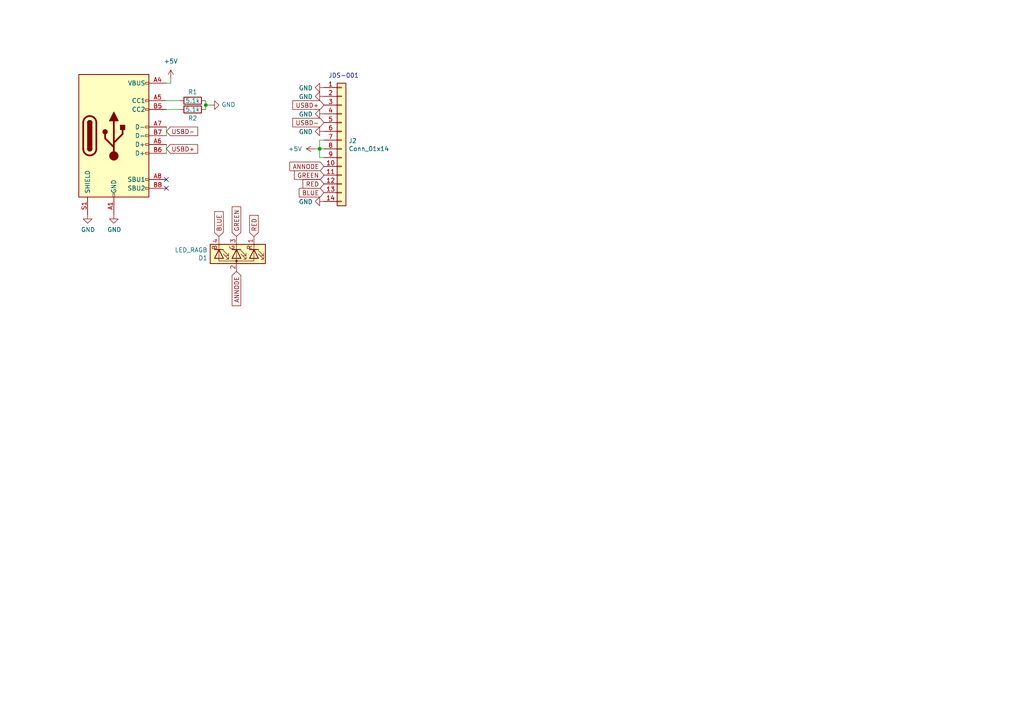
<source format=kicad_sch>
(kicad_sch (version 20230121) (generator eeschema)
  (paper "A4")
  (lib_symbols
    (symbol "Connector:USB_C_Receptacle_USB2.0" (pin_names (offset 1.016))
      (property "Reference" "J" (at -10.16 19.05 0))
      (property "Value" "USB_C_Receptacle_USB2.0" (at 19.05 19.05 0))
      (symbol "USB_C_Receptacle_USB2.0_0_0"
        (rectangle (start -0.254 -17.78) (end 0.254 -16.764))
        (rectangle (start 10.16 -14.986) (end 9.144 -15.494))
        (rectangle (start 10.16 -12.446) (end 9.144 -12.954))
        (rectangle (start 10.16 -4.826) (end 9.144 -5.334))
        (rectangle (start 10.16 -2.286) (end 9.144 -2.794))
        (rectangle (start 10.16 0.254) (end 9.144 -0.254))
        (rectangle (start 10.16 2.794) (end 9.144 2.286))
        (rectangle (start 10.16 7.874) (end 9.144 7.366))
        (rectangle (start 10.16 10.414) (end 9.144 9.906))
        (rectangle (start 10.16 15.494) (end 9.144 14.986))
      )
      (symbol "USB_C_Receptacle_USB2.0_0_1"
        (rectangle (start -10.16 17.78) (end 10.16 -17.78) (stroke (width 0.254)) (fill (type background)))
        (arc (start -8.89 -3.81) (mid -6.985 -5.7067) (end -5.08 -3.81) (stroke (width 0.508)))
        (arc (start -7.62 -3.81) (mid -6.985 -4.4423) (end -6.35 -3.81) (stroke (width 0.254)))
        (arc (start -7.62 -3.81) (mid -6.985 -4.4423) (end -6.35 -3.81) (stroke (width 0.254)) (fill (type outline)))
        (rectangle (start -7.62 -3.81) (end -6.35 3.81) (stroke (width 0.254)) (fill (type outline)))
        (arc (start -6.35 3.81) (mid -6.985 4.4423) (end -7.62 3.81) (stroke (width 0.254)))
        (arc (start -6.35 3.81) (mid -6.985 4.4423) (end -7.62 3.81) (stroke (width 0.254)) (fill (type outline)))
        (arc (start -5.08 3.81) (mid -6.985 5.7067) (end -8.89 3.81) (stroke (width 0.508)))
        (circle (center -2.54 1.143) (radius 0.635) (stroke (width 0.254)) (fill (type outline)))
        (circle (center 0 -5.842) (radius 1.27) (fill (type outline)))
        (polyline (pts (xy -8.89 -3.81) (xy -8.89 3.81)) (stroke (width 0.508)))
        (polyline (pts (xy -5.08 3.81) (xy -5.08 -3.81)) (stroke (width 0.508)))
        (polyline (pts (xy 0 -5.842) (xy 0 4.318)) (stroke (width 0.508)))
        (polyline (pts (xy 0 -3.302) (xy -2.54 -0.762) (xy -2.54 0.508)) (stroke (width 0.508)))
        (polyline (pts (xy 0 -2.032) (xy 2.54 0.508) (xy 2.54 1.778)) (stroke (width 0.508)))
        (polyline (pts (xy -1.27 4.318) (xy 0 6.858) (xy 1.27 4.318) (xy -1.27 4.318)) (stroke (width 0.254)) (fill (type outline)))
        (rectangle (start 1.905 1.778) (end 3.175 3.048) (stroke (width 0.254)) (fill (type outline)))
      )
      (symbol "USB_C_Receptacle_USB2.0_1_1"
        (pin passive line (at 0 -22.86 90) (length 5.08) (name "GND") (number "A1"))
        (pin passive line (at 0 -22.86 90) (length 5.08) hide (name "GND") (number "A12"))
        (pin passive line (at 15.24 15.24 180) (length 5.08) (name "VBUS") (number "A4"))
        (pin bidirectional line (at 15.24 10.16 180) (length 5.08) (name "CC1") (number "A5"))
        (pin bidirectional line (at 15.24 -2.54 180) (length 5.08) (name "D+") (number "A6"))
        (pin bidirectional line (at 15.24 2.54 180) (length 5.08) (name "D-") (number "A7"))
        (pin bidirectional line (at 15.24 -12.7 180) (length 5.08) (name "SBU1") (number "A8"))
        (pin passive line (at 15.24 15.24 180) (length 5.08) hide (name "VBUS") (number "A9"))
        (pin passive line (at 0 -22.86 90) (length 5.08) hide (name "GND") (number "B1"))
        (pin passive line (at 0 -22.86 90) (length 5.08) hide (name "GND") (number "B12"))
        (pin passive line (at 15.24 15.24 180) (length 5.08) hide (name "VBUS") (number "B4"))
        (pin bidirectional line (at 15.24 7.62 180) (length 5.08) (name "CC2") (number "B5"))
        (pin bidirectional line (at 15.24 -5.08 180) (length 5.08) (name "D+") (number "B6"))
        (pin bidirectional line (at 15.24 0 180) (length 5.08) (name "D-") (number "B7"))
        (pin bidirectional line (at 15.24 -15.24 180) (length 5.08) (name "SBU2") (number "B8"))
        (pin passive line (at 15.24 15.24 180) (length 5.08) hide (name "VBUS") (number "B9"))
        (pin passive line (at -7.62 -22.86 90) (length 5.08) (name "SHIELD") (number "S1"))
      )
    )
    (symbol "Connector_Generic:Conn_01x14" (pin_names (offset 1.016) hide)
      (property "Reference" "J" (at 0 17.78 0))
      (property "Value" "Conn_01x14" (at 0 -20.32 0))
      (symbol "Conn_01x14_1_1"
        (rectangle (start -1.27 -17.653) (end 0 -17.907) (stroke (width 0.1524)))
        (rectangle (start -1.27 -15.113) (end 0 -15.367) (stroke (width 0.1524)))
        (rectangle (start -1.27 -12.573) (end 0 -12.827) (stroke (width 0.1524)))
        (rectangle (start -1.27 -10.033) (end 0 -10.287) (stroke (width 0.1524)))
        (rectangle (start -1.27 -7.493) (end 0 -7.747) (stroke (width 0.1524)))
        (rectangle (start -1.27 -4.953) (end 0 -5.207) (stroke (width 0.1524)))
        (rectangle (start -1.27 -2.413) (end 0 -2.667) (stroke (width 0.1524)))
        (rectangle (start -1.27 0.127) (end 0 -0.127) (stroke (width 0.1524)))
        (rectangle (start -1.27 2.667) (end 0 2.413) (stroke (width 0.1524)))
        (rectangle (start -1.27 5.207) (end 0 4.953) (stroke (width 0.1524)))
        (rectangle (start -1.27 7.747) (end 0 7.493) (stroke (width 0.1524)))
        (rectangle (start -1.27 10.287) (end 0 10.033) (stroke (width 0.1524)))
        (rectangle (start -1.27 12.827) (end 0 12.573) (stroke (width 0.1524)))
        (rectangle (start -1.27 15.367) (end 0 15.113) (stroke (width 0.1524)))
        (rectangle (start -1.27 16.51) (end 1.27 -19.05) (stroke (width 0.254)) (fill (type background)))
        (pin passive line (at -5.08 15.24 0) (length 3.81) (name "Pin_1") (number "1"))
        (pin passive line (at -5.08 -7.62 0) (length 3.81) (name "Pin_10") (number "10"))
        (pin passive line (at -5.08 -10.16 0) (length 3.81) (name "Pin_11") (number "11"))
        (pin passive line (at -5.08 -12.7 0) (length 3.81) (name "Pin_12") (number "12"))
        (pin passive line (at -5.08 -15.24 0) (length 3.81) (name "Pin_13") (number "13"))
        (pin passive line (at -5.08 -17.78 0) (length 3.81) (name "Pin_14") (number "14"))
        (pin passive line (at -5.08 12.7 0) (length 3.81) (name "Pin_2") (number "2"))
        (pin passive line (at -5.08 10.16 0) (length 3.81) (name "Pin_3") (number "3"))
        (pin passive line (at -5.08 7.62 0) (length 3.81) (name "Pin_4") (number "4"))
        (pin passive line (at -5.08 5.08 0) (length 3.81) (name "Pin_5") (number "5"))
        (pin passive line (at -5.08 2.54 0) (length 3.81) (name "Pin_6") (number "6"))
        (pin passive line (at -5.08 0 0) (length 3.81) (name "Pin_7") (number "7"))
        (pin passive line (at -5.08 -2.54 0) (length 3.81) (name "Pin_8") (number "8"))
        (pin passive line (at -5.08 -5.08 0) (length 3.81) (name "Pin_9") (number "9"))
      )
    )
    (symbol "Device:LED_RAGB" (pin_names (offset 0) hide)
      (property "Reference" "D" (at 0 9.398 0))
      (property "Value" "LED_RAGB" (at 0 -8.89 0))
      (symbol "LED_RAGB_0_0"
        (text "B" (at -1.905 -6.35 0) (effects (font (size 1.27 1.27))))
        (text "G" (at -1.905 -1.27 0) (effects (font (size 1.27 1.27))))
        (text "R" (at -1.905 3.81 0) (effects (font (size 1.27 1.27))))
      )
      (symbol "LED_RAGB_0_1"
        (polyline (pts (xy -1.27 -5.08) (xy -2.54 -5.08)))
        (polyline (pts (xy -1.27 -5.08) (xy 1.27 -5.08)))
        (polyline (pts (xy -1.27 -3.81) (xy -1.27 -6.35)) (stroke (width 0.254)))
        (polyline (pts (xy -1.27 0) (xy -2.54 0)))
        (polyline (pts (xy -1.27 1.27) (xy -1.27 -1.27)) (stroke (width 0.254)))
        (polyline (pts (xy -1.27 5.08) (xy -2.54 5.08)))
        (polyline (pts (xy -1.27 5.08) (xy 1.27 5.08)))
        (polyline (pts (xy -1.27 6.35) (xy -1.27 3.81)) (stroke (width 0.254)))
        (polyline (pts (xy 1.27 0) (xy -1.27 0)))
        (polyline (pts (xy 1.27 0) (xy 2.54 0)))
        (polyline (pts (xy -1.27 1.27) (xy -1.27 -1.27) (xy -1.27 -1.27)))
        (polyline (pts (xy -1.27 6.35) (xy -1.27 3.81) (xy -1.27 3.81)))
        (polyline (pts (xy 1.27 -5.08) (xy 2.032 -5.08) (xy 2.032 5.08) (xy 1.27 5.08)))
        (polyline (pts (xy 1.27 -3.81) (xy 1.27 -6.35) (xy -1.27 -5.08) (xy 1.27 -3.81)) (stroke (width 0.254)))
        (polyline (pts (xy 1.27 1.27) (xy 1.27 -1.27) (xy -1.27 0) (xy 1.27 1.27)) (stroke (width 0.254)))
        (polyline (pts (xy 1.27 6.35) (xy 1.27 3.81) (xy -1.27 5.08) (xy 1.27 6.35)) (stroke (width 0.254)))
        (polyline (pts (xy -1.016 -3.81) (xy 0.508 -2.286) (xy -0.254 -2.286) (xy 0.508 -2.286) (xy 0.508 -3.048)))
        (polyline (pts (xy -1.016 1.27) (xy 0.508 2.794) (xy -0.254 2.794) (xy 0.508 2.794) (xy 0.508 2.032)))
        (polyline (pts (xy -1.016 6.35) (xy 0.508 7.874) (xy -0.254 7.874) (xy 0.508 7.874) (xy 0.508 7.112)))
        (polyline (pts (xy 0 -3.81) (xy 1.524 -2.286) (xy 0.762 -2.286) (xy 1.524 -2.286) (xy 1.524 -3.048)))
        (polyline (pts (xy 0 1.27) (xy 1.524 2.794) (xy 0.762 2.794) (xy 1.524 2.794) (xy 1.524 2.032)))
        (polyline (pts (xy 0 6.35) (xy 1.524 7.874) (xy 0.762 7.874) (xy 1.524 7.874) (xy 1.524 7.112)))
        (rectangle (start 1.27 -1.27) (end 1.27 1.27))
        (rectangle (start 1.27 1.27) (end 1.27 1.27))
        (rectangle (start 1.27 3.81) (end 1.27 6.35))
        (rectangle (start 1.27 6.35) (end 1.27 6.35))
        (circle (center 2.032 0) (radius 0.254) (fill (type outline)))
        (rectangle (start 2.794 8.382) (end -2.794 -7.62) (stroke (width 0.254)) (fill (type background)))
      )
      (symbol "LED_RAGB_1_1"
        (pin passive line (at -5.08 5.08 0) (length 2.54) (name "RK") (number "1"))
        (pin passive line (at 5.08 0 180) (length 2.54) (name "A") (number "2"))
        (pin passive line (at -5.08 0 0) (length 2.54) (name "GK") (number "3"))
        (pin passive line (at -5.08 -5.08 0) (length 2.54) (name "BK") (number "4"))
      )
    )
    (symbol "Device:R" (pin_numbers hide) (pin_names (offset 0))
      (property "Reference" "R" (at 2.032 0 90))
      (property "Value" "R" (at 0 0 90))
      (symbol "R_0_1"
        (rectangle (start -1.016 -2.54) (end 1.016 2.54) (stroke (width 0.254)))
      )
      (symbol "R_1_1"
        (pin passive line (at 0 3.81 270) (length 1.27) (name "~") (number "1"))
        (pin passive line (at 0 -3.81 90) (length 1.27) (name "~") (number "2"))
      )
    )
    (symbol "power:+5V" (power) (pin_names (offset 0))
      (property "Value" "+5V" (at 0 3.556 0))
      (symbol "+5V_0_1"
        (polyline (pts (xy -0.762 1.27) (xy 0 2.54)))
        (polyline (pts (xy 0 0) (xy 0 2.54)))
        (polyline (pts (xy 0 2.54) (xy 0.762 1.27)))
      )
      (symbol "+5V_1_1"
        (pin power_in line (at 0 0 90) (length 0) hide (name "+5V") (number "1"))
      )
    )
    (symbol "power:GND" (power) (pin_names (offset 0))
      (property "Value" "GND" (at 0 -3.81 0))
      (symbol "GND_0_1"
        (polyline (pts (xy 0 0) (xy 0 -1.27) (xy 1.27 -1.27) (xy 0 -2.54) (xy -1.27 -1.27) (xy 0 -1.27)))
      )
      (symbol "GND_1_1"
        (pin power_in line (at 0 0 270) (length 0) hide (name "GND") (number "1"))
      )
    )
  )
  (junction (at 59.69 30.48))
  (junction (at 92.71 43.18))
  (no_connect (at 48.26 54.61))
  (no_connect (at 48.26 52.07))
  (wire (pts (xy 52.07 29.21) (xy 48.26 29.21)))
  (wire (pts (xy 49.53 24.13) (xy 48.26 24.13)))
  (wire (pts (xy 92.71 40.64) (xy 93.98 40.64)))
  (wire (pts (xy 48.26 41.91) (xy 48.26 44.45)))
  (wire (pts (xy 60.96 30.48) (xy 59.69 30.48)))
  (wire (pts (xy 92.71 43.18) (xy 92.71 45.72)))
  (wire (pts (xy 93.98 45.72) (xy 92.71 45.72)))
  (wire (pts (xy 59.69 29.21) (xy 59.69 30.48)))
  (wire (pts (xy 48.26 36.83) (xy 48.26 39.37)))
  (wire (pts (xy 92.71 43.18) (xy 92.71 40.64)))
  (wire (pts (xy 91.44 43.18) (xy 92.71 43.18)))
  (wire (pts (xy 49.53 22.86) (xy 49.53 24.13)))
  (wire (pts (xy 59.69 30.48) (xy 59.69 31.75)))
  (wire (pts (xy 52.07 31.75) (xy 48.26 31.75)))
  (wire (pts (xy 92.71 43.18) (xy 93.98 43.18)))
  (text "JDS-001" (at 95.25 22.86 0) (effects (font (size 1.27 1.27)) (justify left bottom)))
  (global_label "ANNODE" (shape input) (at 68.58 78.74 270) (property "Intersheetrefs" "${INTERSHEET_REFS}" (effects hide)))
  (global_label "BLUE" (shape input) (at 93.98 55.88 180) (property "Intersheetrefs" "${INTERSHEET_REFS}" (effects hide)))
  (global_label "ANNODE" (shape input) (at 93.98 48.26 180) (property "Intersheetrefs" "${INTERSHEET_REFS}" (effects hide)))
  (global_label "GREEN" (shape input) (at 68.58 68.58 90) (property "Intersheetrefs" "${INTERSHEET_REFS}" (effects hide)))
  (global_label "USBD+" (shape input) (at 48.26 43.18 0) (property "Intersheetrefs" "${INTERSHEET_REFS}" (effects hide)))
  (global_label "GREEN" (shape input) (at 93.98 50.8 180) (property "Intersheetrefs" "${INTERSHEET_REFS}" (effects hide)))
  (global_label "USBD-" (shape input) (at 48.26 38.1 0) (property "Intersheetrefs" "${INTERSHEET_REFS}" (effects hide)))
  (global_label "USBD+" (shape input) (at 93.98 30.48 180) (property "Intersheetrefs" "${INTERSHEET_REFS}" (effects hide)))
  (global_label "RED" (shape input) (at 93.98 53.34 180) (property "Intersheetrefs" "${INTERSHEET_REFS}" (effects hide)))
  (global_label "RED" (shape input) (at 73.66 68.58 90) (property "Intersheetrefs" "${INTERSHEET_REFS}" (effects hide)))
  (global_label "USBD-" (shape input) (at 93.98 35.56 180) (property "Intersheetrefs" "${INTERSHEET_REFS}" (effects hide)))
  (global_label "BLUE" (shape input) (at 63.5 68.58 90) (property "Intersheetrefs" "${INTERSHEET_REFS}" (effects hide)))
  (symbol (lib_id "Connector_Generic:Conn_01x14") (at 99.06 40.64 0) (unit 1)
    (property "Reference" "J2" (at 101.092 40.8432 0) (effects (justify left)))
    (property "Value" "Conn_01x14" (at 101.092 43.1546 0) (effects (justify left)))
    (property "Footprint" "Connector_Custom:FPC_Connector" (effects hide))
  )
  (symbol (lib_id "power:+5V") (at 91.44 43.18 90) (unit 1)
    (property "Reference" "#PWR03" (effects hide))
    (property "Value" "+5V" (at 87.63 43.18 90) (effects (justify left)))
  )
  (symbol (lib_id "Device:R") (at 55.88 29.21 270) (unit 1)
    (property "Reference" "R1" (at 55.88 26.67 90))
    (property "Value" "5.1k" (at 55.88 29.21 90))
    (property "Footprint" "Resistor_SMD:R_0603_1608Metric_Pad0.98x0.95mm_HandSolder" (effects hide))
  )
  (symbol (lib_id "power:GND") (at 93.98 33.02 270) (unit 1)
    (property "Reference" "#PWR010" (effects hide))
    (property "Value" "GND" (at 90.7288 33.147 90) (effects (justify right)))
  )
  (symbol (lib_id "Device:LED_RAGB") (at 68.58 73.66 270) (unit 1)
    (property "Reference" "D1" (at 60.198 74.8284 90) (effects (justify right)))
    (property "Value" "LED_RAGB" (at 60.198 72.517 90) (effects (justify right)))
    (property "Footprint" "LED_Custom:FM-3510RGBA-SG" (effects hide))
  )
  (symbol (lib_id "Connector:USB_C_Receptacle_USB2.0") (at 33.02 39.37 0) (unit 1)
    (property "Reference" "J1" (effects hide))
    (property "Value" "USB_C_Receptacle_USB2.0" (effects hide))
    (property "Footprint" "Connector_Custom:USB_C" (effects hide))
    (property "Datasheet" "https://www.usb.org/sites/default/files/documents/usb_type-c.zip" (effects hide))
  )
  (symbol (lib_id "power:GND") (at 93.98 27.94 270) (unit 1)
    (property "Reference" "#PWR09" (effects hide))
    (property "Value" "GND" (at 90.7288 28.067 90) (effects (justify right)))
  )
  (symbol (lib_id "power:GND") (at 93.98 25.4 270) (unit 1)
    (property "Reference" "#PWR08" (effects hide))
    (property "Value" "GND" (at 90.7288 25.527 90) (effects (justify right)))
  )
  (symbol (lib_id "Device:R") (at 55.88 31.75 270) (unit 1)
    (property "Reference" "R2" (at 55.88 34.29 90))
    (property "Value" "5.1k" (at 55.88 31.75 90))
    (property "Footprint" "Resistor_SMD:R_0603_1608Metric_Pad0.98x0.95mm_HandSolder" (effects hide))
  )
  (symbol (lib_id "power:GND") (at 60.96 30.48 90) (unit 1)
    (property "Reference" "#PWR02" (effects hide))
    (property "Value" "GND" (at 64.2112 30.353 90) (effects (justify right)))
  )
  (symbol (lib_id "power:GND") (at 93.98 38.1 270) (unit 1)
    (property "Reference" "#PWR011" (effects hide))
    (property "Value" "GND" (at 90.7288 38.227 90) (effects (justify right)))
  )
  (symbol (lib_id "power:GND") (at 33.02 62.23 0) (unit 1)
    (property "Reference" "#PWR06" (effects hide))
    (property "Value" "GND" (at 33.147 66.6242 0))
  )
  (symbol (lib_id "power:GND") (at 93.98 58.42 270) (unit 1)
    (property "Reference" "#PWR05" (effects hide))
    (property "Value" "GND" (at 90.7288 58.547 90) (effects (justify right)))
  )
  (symbol (lib_id "power:GND") (at 25.4 62.23 0) (unit 1)
    (property "Reference" "#PWR07" (effects hide))
    (property "Value" "GND" (at 25.527 66.6242 0))
  )
  (symbol (lib_id "power:+5V") (at 49.53 22.86 0) (unit 1)
    (property "Reference" "#PWR01" (effects hide))
    (property "Value" "+5V" (at 49.53 17.78 0))
  )
)
</source>
